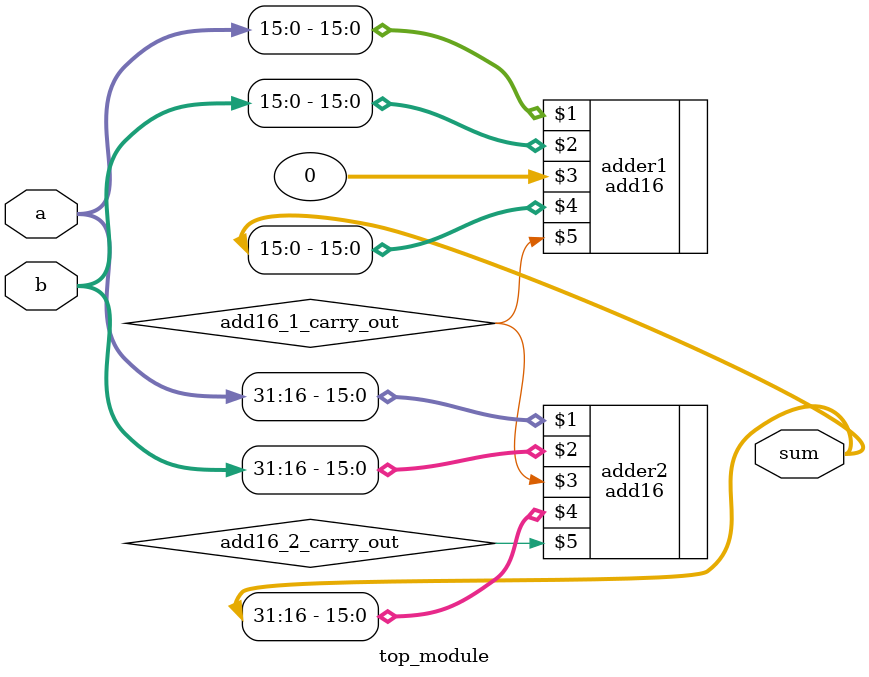
<source format=v>
/*
You are given a module add16 that performs a 16-bit addition. 
Instantiate two of them to create a 32-bit adder. One add16 module computes the lower 16 bits of the addition result, 
while the second add16 module computes the upper 16 bits of the result, after receiving the carry-out from the first adder. 
Your 32-bit adder does not need to handle carry-in (assume 0) or carry-out (ignored), but the internal modules need to in order to function correctly. 
(In other words, the add16 module performs 16-bit a + b + cin, while your module performs 32-bit a + b).

Connect the modules together as shown in the diagram below. The provided module add16 has the following declaration:

module add16 ( input[15:0] a, input[15:0] b, input cin, output[15:0] sum, output cout );
*/


module top_module(
    input [31:0] a,
    input [31:0] b,
    output [31:0] sum
);

    wire add16_1_carry_out;
    wire add16_2_carry_out;

    // input carry is 0
    add16 adder1 ( a[15:0], b[15:0], 0, sum[15:0], add16_1_carry_out);

    // because output carry is ignored -> we use the same add16_1_carry_out variable to output
    add16 adder2 ( a[31:16], b[31:16], add16_1_carry_out, sum[31:16], add16_2_carry_out);

endmodule
</source>
